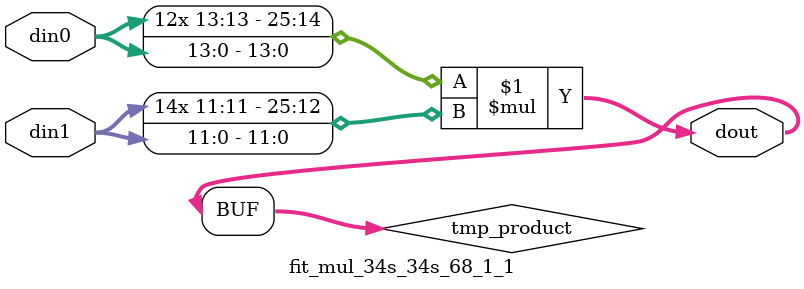
<source format=v>

`timescale 1 ns / 1 ps

  module fit_mul_34s_34s_68_1_1(din0, din1, dout);
parameter ID = 1;
parameter NUM_STAGE = 0;
parameter din0_WIDTH = 14;
parameter din1_WIDTH = 12;
parameter dout_WIDTH = 26;

input [din0_WIDTH - 1 : 0] din0; 
input [din1_WIDTH - 1 : 0] din1; 
output [dout_WIDTH - 1 : 0] dout;

wire signed [dout_WIDTH - 1 : 0] tmp_product;













assign tmp_product = $signed(din0) * $signed(din1);








assign dout = tmp_product;







endmodule

</source>
